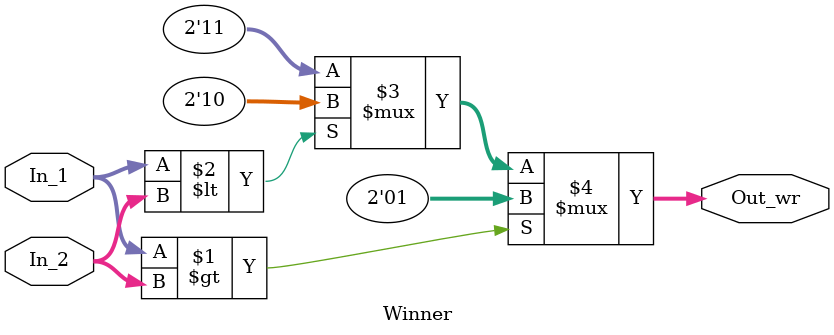
<source format=v>
module Winner # (parameter N = 8)
(
    input [N + 2:0] In_1, In_2, output [1:0] Out_wr
);
    assign Out_wr = (In_1 > In_2) ? 2'b01 : ((In_1 < In_2) ? 2'b10 : 2'b11);
endmodule
</source>
